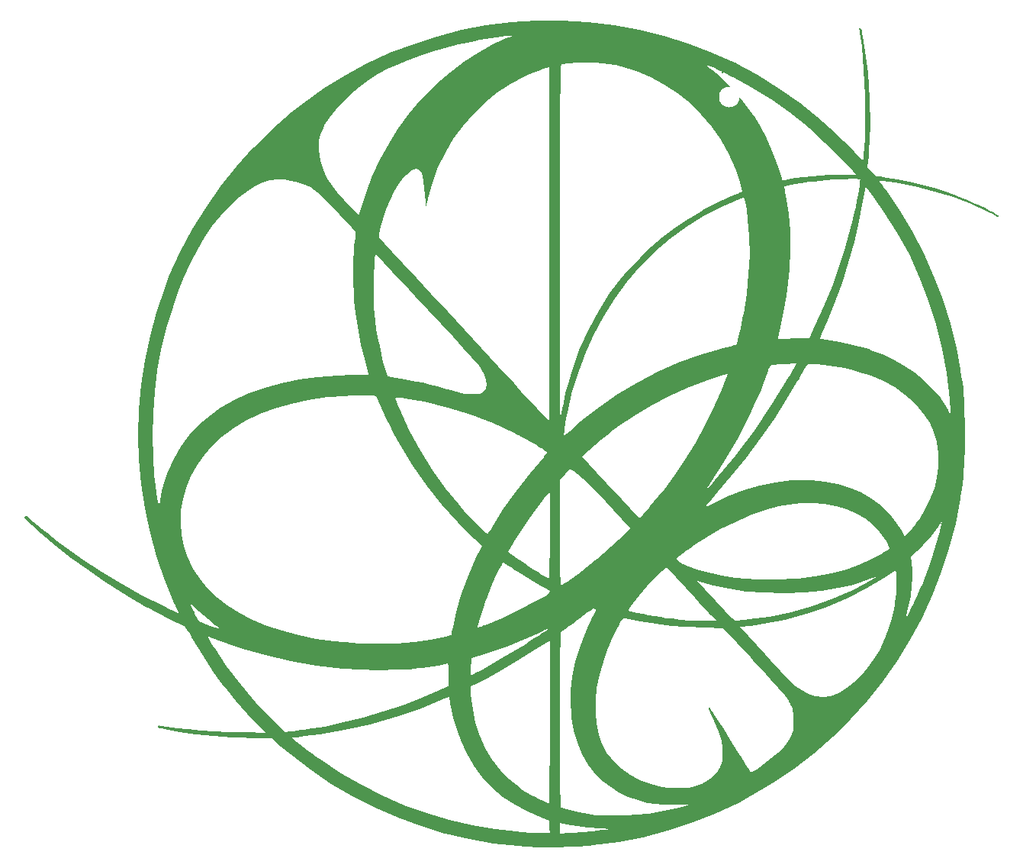
<source format=gbr>
%TF.GenerationSoftware,KiCad,Pcbnew,8.0.4*%
%TF.CreationDate,2024-11-04T11:06:48+01:00*%
%TF.ProjectId,Whiplaesh_bottom,57686970-6c61-4657-9368-5f626f74746f,0.1*%
%TF.SameCoordinates,Original*%
%TF.FileFunction,Legend,Top*%
%TF.FilePolarity,Positive*%
%FSLAX46Y46*%
G04 Gerber Fmt 4.6, Leading zero omitted, Abs format (unit mm)*
G04 Created by KiCad (PCBNEW 8.0.4) date 2024-11-04 11:06:48*
%MOMM*%
%LPD*%
G01*
G04 APERTURE LIST*
%ADD10C,0.150000*%
%ADD11C,0.000000*%
%ADD12C,2.300000*%
G04 APERTURE END LIST*
D10*
X104518095Y-40374819D02*
X104518095Y-39374819D01*
X104518095Y-39851009D02*
X105089523Y-39851009D01*
X105089523Y-40374819D02*
X105089523Y-39374819D01*
X105518095Y-39470057D02*
X105565714Y-39422438D01*
X105565714Y-39422438D02*
X105660952Y-39374819D01*
X105660952Y-39374819D02*
X105899047Y-39374819D01*
X105899047Y-39374819D02*
X105994285Y-39422438D01*
X105994285Y-39422438D02*
X106041904Y-39470057D01*
X106041904Y-39470057D02*
X106089523Y-39565295D01*
X106089523Y-39565295D02*
X106089523Y-39660533D01*
X106089523Y-39660533D02*
X106041904Y-39803390D01*
X106041904Y-39803390D02*
X105470476Y-40374819D01*
X105470476Y-40374819D02*
X106089523Y-40374819D01*
D11*
%TO.C,G\u002A\u002A\u002A*%
G36*
X86798485Y-34621078D02*
G01*
X89685933Y-34790815D01*
X92528278Y-35130892D01*
X95321470Y-35639780D01*
X98061459Y-36315950D01*
X100744198Y-37157876D01*
X103365637Y-38164027D01*
X105921728Y-39332876D01*
X108408421Y-40662894D01*
X110821667Y-42152553D01*
X113157418Y-43800325D01*
X115018097Y-45273430D01*
X115741188Y-45891778D01*
X116501707Y-46571108D01*
X117264886Y-47278538D01*
X117995958Y-47981186D01*
X118660155Y-48646171D01*
X119222709Y-49240610D01*
X119282822Y-49306845D01*
X120123588Y-50238278D01*
X120182757Y-49912710D01*
X120208011Y-49718947D01*
X120241177Y-49384484D01*
X120279119Y-48945280D01*
X120318697Y-48437293D01*
X120350207Y-47994111D01*
X120403288Y-46898929D01*
X120425692Y-45667887D01*
X120419037Y-44339160D01*
X120384942Y-42950922D01*
X120325023Y-41541345D01*
X120240900Y-40148603D01*
X120134190Y-38810870D01*
X120006512Y-37566320D01*
X119861624Y-36467342D01*
X119796511Y-36036222D01*
X119755477Y-35750706D01*
X119738227Y-35581078D01*
X119744469Y-35497624D01*
X119773912Y-35470629D01*
X119826261Y-35470378D01*
X119851809Y-35471115D01*
X119910436Y-35495112D01*
X119965627Y-35580087D01*
X120022034Y-35745511D01*
X120084312Y-36010859D01*
X120157112Y-36395603D01*
X120245087Y-36919216D01*
X120338180Y-37506655D01*
X120702201Y-40393452D01*
X120902991Y-43323537D01*
X120939557Y-46269425D01*
X120810909Y-49203634D01*
X120776388Y-49652295D01*
X120677362Y-50868507D01*
X121064238Y-51354562D01*
X121283264Y-51604579D01*
X121485777Y-51793050D01*
X121627982Y-51879223D01*
X121628118Y-51879253D01*
X121782500Y-51906077D01*
X122070642Y-51950272D01*
X122450879Y-52005627D01*
X122867142Y-52063951D01*
X124035331Y-52255884D01*
X125312290Y-52521822D01*
X126651859Y-52850171D01*
X128007880Y-53229337D01*
X129334192Y-53647727D01*
X129778892Y-53799904D01*
X130419225Y-54033056D01*
X131090189Y-54293857D01*
X131771798Y-54572987D01*
X132444069Y-54861126D01*
X133087014Y-55148953D01*
X133680650Y-55427150D01*
X134204991Y-55686395D01*
X134640051Y-55917369D01*
X134965846Y-56110752D01*
X135162390Y-56257224D01*
X135213135Y-56334132D01*
X135177302Y-56430022D01*
X135146759Y-56430289D01*
X135048042Y-56381203D01*
X134821428Y-56266821D01*
X134496719Y-56102234D01*
X134103715Y-55902533D01*
X133929860Y-55814060D01*
X132116219Y-54974063D01*
X130166501Y-54229150D01*
X128096834Y-53584052D01*
X125923345Y-53043497D01*
X123662162Y-52612213D01*
X122348807Y-52418224D01*
X122165981Y-52392774D01*
X122046666Y-52386435D01*
X121997311Y-52419776D01*
X122024361Y-52513368D01*
X122134264Y-52687779D01*
X122333464Y-52963581D01*
X122628410Y-53361341D01*
X122656100Y-53398729D01*
X124210030Y-55644656D01*
X125629369Y-57998768D01*
X126908815Y-60448362D01*
X128043068Y-62980731D01*
X129026823Y-65583170D01*
X129854781Y-68242974D01*
X130521638Y-70947438D01*
X130963254Y-73305609D01*
X131085452Y-74091890D01*
X131185647Y-74796893D01*
X131265949Y-75451603D01*
X131328471Y-76087002D01*
X131375323Y-76734073D01*
X131408618Y-77423800D01*
X131430468Y-78187165D01*
X131442982Y-79055151D01*
X131448274Y-80058742D01*
X131448799Y-80430000D01*
X131446777Y-81496033D01*
X131437694Y-82416541D01*
X131419425Y-83222932D01*
X131389843Y-83946615D01*
X131346824Y-84618998D01*
X131288243Y-85271491D01*
X131211974Y-85935503D01*
X131115891Y-86642442D01*
X130997870Y-87423717D01*
X130958786Y-87671516D01*
X130431656Y-90432087D01*
X129738329Y-93140360D01*
X128883598Y-95789783D01*
X127872257Y-98373804D01*
X126709098Y-100885870D01*
X125398915Y-103319428D01*
X123946501Y-105667926D01*
X122356649Y-107924812D01*
X120634152Y-110083532D01*
X118783804Y-112137536D01*
X116810398Y-114080269D01*
X114718726Y-115905180D01*
X112513583Y-117605716D01*
X110199760Y-119175324D01*
X107782053Y-120607453D01*
X106290084Y-121394723D01*
X103705714Y-122604731D01*
X101092975Y-123641350D01*
X98443094Y-124507107D01*
X95747294Y-125204528D01*
X92996800Y-125736140D01*
X90182836Y-126104469D01*
X89805567Y-126141082D01*
X89315170Y-126179549D01*
X88710366Y-126215648D01*
X88023634Y-126248476D01*
X87287453Y-126277132D01*
X86534303Y-126300713D01*
X85796662Y-126318319D01*
X85107011Y-126329047D01*
X84497827Y-126331995D01*
X84001591Y-126326261D01*
X83660871Y-126311698D01*
X83411812Y-126293482D01*
X83031822Y-126265677D01*
X82566499Y-126231619D01*
X82061443Y-126194645D01*
X81890836Y-126182154D01*
X79165938Y-125894496D01*
X76458622Y-125434064D01*
X73778557Y-124804911D01*
X73730890Y-124790595D01*
X86537177Y-124790595D01*
X87577073Y-124729879D01*
X88132777Y-124694941D01*
X88760761Y-124651591D01*
X89362410Y-124606773D01*
X89634738Y-124584977D01*
X90149176Y-124538336D01*
X90700742Y-124481721D01*
X91206801Y-124423879D01*
X91449024Y-124392928D01*
X92245540Y-124285064D01*
X91006515Y-124228285D01*
X89634497Y-124135525D01*
X88378960Y-123985834D01*
X87311568Y-123798732D01*
X86537177Y-123641755D01*
X86537177Y-124216175D01*
X86537177Y-124790595D01*
X73730890Y-124790595D01*
X71135417Y-124011088D01*
X68538872Y-123056649D01*
X65998594Y-121945646D01*
X63524256Y-120682132D01*
X61125528Y-119270159D01*
X58812083Y-117713779D01*
X56593591Y-116017046D01*
X55559605Y-115149039D01*
X54539873Y-114266779D01*
X52152288Y-114209771D01*
X51377026Y-114178933D01*
X56829823Y-114178933D01*
X56883496Y-114242737D01*
X57057657Y-114395533D01*
X57330850Y-114620568D01*
X57681618Y-114901091D01*
X58088504Y-115220351D01*
X58530052Y-115561595D01*
X58984803Y-115908072D01*
X59431302Y-116243030D01*
X59848091Y-116549717D01*
X60085551Y-116720728D01*
X62220737Y-118139040D01*
X64470813Y-119437490D01*
X66817093Y-120609283D01*
X69240893Y-121647622D01*
X71723528Y-122545711D01*
X74246312Y-123296752D01*
X76790562Y-123893949D01*
X79337591Y-124330505D01*
X81713832Y-124588030D01*
X82192463Y-124625214D01*
X82633342Y-124660109D01*
X82993531Y-124689272D01*
X83230086Y-124709260D01*
X83262613Y-124712209D01*
X83484448Y-124725974D01*
X83827591Y-124739408D01*
X84236351Y-124750548D01*
X84483091Y-124755209D01*
X85393813Y-124769372D01*
X85373999Y-124216175D01*
X85368108Y-124051701D01*
X85342404Y-123334029D01*
X84501637Y-123034653D01*
X82946447Y-122395338D01*
X81512653Y-121627582D01*
X80198217Y-120729809D01*
X79001103Y-119700442D01*
X77919274Y-118537905D01*
X76950693Y-117240622D01*
X76883111Y-117138692D01*
X76192515Y-115963895D01*
X75579301Y-114671239D01*
X75062436Y-113309948D01*
X74660883Y-111929248D01*
X74418694Y-110741846D01*
X74361239Y-110391568D01*
X74307548Y-110079173D01*
X74270834Y-109880558D01*
X74222076Y-109638781D01*
X73896874Y-109780728D01*
X71079330Y-110927511D01*
X68274330Y-111901579D01*
X65471490Y-112705729D01*
X62660429Y-113342757D01*
X59830762Y-113815461D01*
X58177718Y-114015358D01*
X57715242Y-114065030D01*
X57319852Y-114110256D01*
X57022768Y-114147247D01*
X56855209Y-114172213D01*
X56829823Y-114178933D01*
X51377026Y-114178933D01*
X50101960Y-114128214D01*
X48089329Y-113984158D01*
X46149928Y-113781153D01*
X44319292Y-113522752D01*
X43082822Y-113303285D01*
X42664860Y-113222176D01*
X42315642Y-113154963D01*
X42068623Y-113108046D01*
X41957263Y-113087822D01*
X41954425Y-113087485D01*
X41934736Y-113014810D01*
X41932299Y-112954390D01*
X41930273Y-112889663D01*
X41944467Y-112849602D01*
X42005292Y-112834068D01*
X42143159Y-112842925D01*
X42388479Y-112876034D01*
X42771662Y-112933257D01*
X42884276Y-112950081D01*
X44030195Y-113103144D01*
X45280446Y-113235764D01*
X46649421Y-113348982D01*
X48151510Y-113443841D01*
X49801104Y-113521383D01*
X51612595Y-113582652D01*
X51620471Y-113582873D01*
X53830246Y-113645064D01*
X52621845Y-112370459D01*
X51841276Y-111536532D01*
X51158336Y-110781835D01*
X50539302Y-110066951D01*
X49950451Y-109352464D01*
X49358060Y-108598958D01*
X49052332Y-108198339D01*
X48112217Y-106911893D01*
X47206355Y-105586618D01*
X46364034Y-104267464D01*
X45661712Y-103079190D01*
X47485624Y-103079190D01*
X47565153Y-103252940D01*
X47732813Y-103536244D01*
X47990672Y-103945860D01*
X48134161Y-104171883D01*
X49557727Y-106276831D01*
X51110906Y-108314271D01*
X52767181Y-110251720D01*
X54500035Y-112056696D01*
X54839632Y-112385706D01*
X56029159Y-113524316D01*
X56569754Y-113476496D01*
X56856150Y-113447130D01*
X57268961Y-113399549D01*
X57759242Y-113339630D01*
X58278053Y-113273251D01*
X58437874Y-113252167D01*
X60429591Y-112932617D01*
X62515493Y-112494199D01*
X64666843Y-111945402D01*
X66854901Y-111294714D01*
X69050930Y-110550625D01*
X71226191Y-109721623D01*
X73151289Y-108905989D01*
X74042279Y-108509369D01*
X76599690Y-108509369D01*
X76652886Y-109404353D01*
X76827906Y-111002697D01*
X77156211Y-112529523D01*
X77633593Y-113977100D01*
X78255843Y-115337697D01*
X79018751Y-116603583D01*
X79918109Y-117767026D01*
X80949708Y-118820296D01*
X82109339Y-119755660D01*
X82396899Y-119955449D01*
X82656897Y-120119496D01*
X83005647Y-120323580D01*
X83412047Y-120551268D01*
X83844990Y-120786127D01*
X84273374Y-121011726D01*
X84666092Y-121211631D01*
X84992042Y-121369410D01*
X85220118Y-121468632D01*
X85310705Y-121494808D01*
X85321179Y-121408257D01*
X85331226Y-121156409D01*
X85340747Y-120750968D01*
X85349644Y-120203640D01*
X85357820Y-119526131D01*
X85365177Y-118730145D01*
X85371615Y-117827388D01*
X85377038Y-116829566D01*
X85381347Y-115748384D01*
X85384445Y-114595547D01*
X85386232Y-113382761D01*
X85386655Y-112426654D01*
X85386655Y-112201272D01*
X86537177Y-112201272D01*
X86537291Y-113723475D01*
X86537735Y-115078422D01*
X86538665Y-116275860D01*
X86540235Y-117325538D01*
X86542599Y-118237202D01*
X86545913Y-119020599D01*
X86550331Y-119685477D01*
X86556008Y-120241584D01*
X86563098Y-120698667D01*
X86571756Y-121066473D01*
X86582137Y-121354750D01*
X86594395Y-121573245D01*
X86608686Y-121731706D01*
X86625163Y-121839880D01*
X86643982Y-121907514D01*
X86665297Y-121944356D01*
X86689263Y-121960153D01*
X86692055Y-121961021D01*
X87653990Y-122214799D01*
X88653371Y-122439458D01*
X89627149Y-122622185D01*
X90512276Y-122750168D01*
X90652508Y-122765891D01*
X90987405Y-122787077D01*
X91464637Y-122797545D01*
X92049921Y-122798275D01*
X92708975Y-122790244D01*
X93407518Y-122774432D01*
X94111267Y-122751817D01*
X94785940Y-122723377D01*
X95397255Y-122690091D01*
X95910930Y-122652937D01*
X96292683Y-122612893D01*
X96360871Y-122602961D01*
X97188266Y-122460778D01*
X98065833Y-122289784D01*
X98929497Y-122103483D01*
X99715185Y-121915377D01*
X100077944Y-121819602D01*
X100830209Y-121612596D01*
X99104425Y-121614933D01*
X98040456Y-121595179D01*
X97105799Y-121527495D01*
X97083928Y-121524309D01*
X100903960Y-121524309D01*
X100916109Y-121576923D01*
X100962961Y-121583310D01*
X101035808Y-121550928D01*
X101021962Y-121524309D01*
X100916932Y-121513717D01*
X100903960Y-121524309D01*
X97083928Y-121524309D01*
X96257331Y-121403898D01*
X95451925Y-121216403D01*
X94646456Y-120957026D01*
X93857694Y-120643517D01*
X93024159Y-120222895D01*
X92179416Y-119679696D01*
X91363139Y-119046560D01*
X90615003Y-118356131D01*
X89974680Y-117641050D01*
X89621650Y-117158223D01*
X88954854Y-115988651D01*
X88428350Y-114723053D01*
X88042284Y-113373515D01*
X87796799Y-111952128D01*
X87755916Y-111374086D01*
X90456839Y-111374086D01*
X90572650Y-112618904D01*
X90820754Y-113778371D01*
X91201177Y-114842427D01*
X91713945Y-115801014D01*
X91829908Y-115975592D01*
X92534427Y-116846626D01*
X93379086Y-117622659D01*
X94349986Y-118295886D01*
X95433227Y-118858499D01*
X96614913Y-119302692D01*
X97881145Y-119620658D01*
X98504455Y-119724689D01*
X98982721Y-119765873D01*
X99555190Y-119775351D01*
X100162220Y-119755762D01*
X100744168Y-119709746D01*
X101241393Y-119639944D01*
X101449721Y-119594327D01*
X102245758Y-119315867D01*
X102961742Y-118925875D01*
X103572989Y-118442872D01*
X104054812Y-117885377D01*
X104306409Y-117451072D01*
X104412864Y-117207699D01*
X104482522Y-116988985D01*
X104523033Y-116746269D01*
X104542051Y-116430886D01*
X104547226Y-115994175D01*
X104547282Y-115919198D01*
X104522027Y-115225579D01*
X104438631Y-114583713D01*
X104285643Y-113951488D01*
X104051617Y-113286794D01*
X103725102Y-112547518D01*
X103513541Y-112116822D01*
X103259457Y-111596067D01*
X103087073Y-111204164D01*
X102999517Y-110948873D01*
X102998253Y-110839447D01*
X103097366Y-110783864D01*
X103119943Y-110791997D01*
X103172949Y-110872361D01*
X103310876Y-111087724D01*
X103524348Y-111423290D01*
X103803993Y-111864261D01*
X104140437Y-112395842D01*
X104524306Y-113003235D01*
X104946226Y-113671643D01*
X105386834Y-114370418D01*
X105838368Y-115086073D01*
X106262429Y-115756604D01*
X106649439Y-116366978D01*
X106989819Y-116902160D01*
X107273991Y-117347118D01*
X107492376Y-117686819D01*
X107635395Y-117906230D01*
X107693002Y-117989850D01*
X107802027Y-117983284D01*
X108023057Y-117878903D01*
X108332953Y-117693197D01*
X108708576Y-117442659D01*
X109126787Y-117143780D01*
X109564445Y-116813052D01*
X109998411Y-116466966D01*
X110405546Y-116122013D01*
X110732813Y-115823377D01*
X111127122Y-115439791D01*
X111418712Y-115133822D01*
X111638312Y-114866800D01*
X111816650Y-114600056D01*
X111984452Y-114294919D01*
X112048454Y-114167712D01*
X112423937Y-113409669D01*
X112423089Y-112252761D01*
X112421190Y-111777935D01*
X112411060Y-111435250D01*
X112384831Y-111179847D01*
X112334632Y-110966863D01*
X112252594Y-110751438D01*
X112130848Y-110488712D01*
X112103704Y-110432090D01*
X112031381Y-110282584D01*
X111961005Y-110145194D01*
X111883387Y-110009266D01*
X111789341Y-109864143D01*
X111669678Y-109699171D01*
X111515210Y-109503694D01*
X111316748Y-109267057D01*
X111065105Y-108978603D01*
X110751093Y-108627677D01*
X110365523Y-108203625D01*
X109899207Y-107695790D01*
X109342958Y-107093517D01*
X108687587Y-106386151D01*
X107923907Y-105563035D01*
X107659778Y-105278436D01*
X104665655Y-102052273D01*
X102606101Y-101994267D01*
X100691385Y-101908513D01*
X100488196Y-101891672D01*
X106473290Y-101891672D01*
X109315861Y-104955812D01*
X109907863Y-105591649D01*
X110479052Y-106200747D01*
X111014967Y-106767990D01*
X111501147Y-107278265D01*
X111923131Y-107716457D01*
X112266459Y-108067451D01*
X112516669Y-108316131D01*
X112645191Y-108435657D01*
X113350736Y-108940096D01*
X114115424Y-109310105D01*
X114911435Y-109538852D01*
X115710951Y-109619507D01*
X116486156Y-109545240D01*
X116817576Y-109460106D01*
X117586470Y-109140578D01*
X118372285Y-108664046D01*
X119157975Y-108047221D01*
X119926490Y-107306812D01*
X120660781Y-106459528D01*
X121343801Y-105522081D01*
X121958502Y-104511179D01*
X122062187Y-104319674D01*
X122617428Y-103125245D01*
X123097809Y-101774326D01*
X123323889Y-100933322D01*
X124901147Y-100933322D01*
X124909390Y-100952709D01*
X124980839Y-100834130D01*
X125104516Y-100600323D01*
X125269445Y-100274032D01*
X125464649Y-99877995D01*
X125679151Y-99434955D01*
X125901974Y-98967652D01*
X126122141Y-98498828D01*
X126328675Y-98051222D01*
X126510600Y-97647577D01*
X126656938Y-97310633D01*
X126701257Y-97204019D01*
X127654160Y-94660091D01*
X128435140Y-92112690D01*
X128659527Y-91254514D01*
X128762114Y-90839950D01*
X128846781Y-90489074D01*
X128905268Y-90236751D01*
X128929318Y-90117844D01*
X128929512Y-90114762D01*
X128885291Y-90156546D01*
X128766409Y-90318511D01*
X128593535Y-90571700D01*
X128475186Y-90751223D01*
X127714426Y-91802681D01*
X126842354Y-92807767D01*
X126182617Y-93459309D01*
X125482245Y-94103519D01*
X125578781Y-94767282D01*
X125643143Y-95532426D01*
X125637943Y-96424589D01*
X125566929Y-97409681D01*
X125433847Y-98453611D01*
X125242444Y-99522288D01*
X124996465Y-100581623D01*
X124901147Y-100933322D01*
X123323889Y-100933322D01*
X123501793Y-100271529D01*
X123667217Y-99502125D01*
X123724249Y-99138629D01*
X123774497Y-98674788D01*
X123816276Y-98148558D01*
X123847903Y-97597896D01*
X123867692Y-97060760D01*
X123873959Y-96575106D01*
X123865020Y-96178892D01*
X123839192Y-95910073D01*
X123828709Y-95862822D01*
X123752160Y-95586585D01*
X122467695Y-96438083D01*
X120462590Y-97661496D01*
X118360335Y-98738885D01*
X116166845Y-99668126D01*
X113888036Y-100447098D01*
X111529825Y-101073676D01*
X109098127Y-101545739D01*
X107678579Y-101745211D01*
X106473290Y-101891672D01*
X100488196Y-101891672D01*
X98897021Y-101759790D01*
X97175988Y-101542716D01*
X95481264Y-101251909D01*
X94669283Y-101085830D01*
X94182574Y-100989446D01*
X93814675Y-100933748D01*
X93584851Y-100921195D01*
X93516974Y-100938844D01*
X93405780Y-101092197D01*
X93237846Y-101376466D01*
X93028650Y-101760967D01*
X92793666Y-102215015D01*
X92548370Y-102707924D01*
X92308238Y-103209009D01*
X92088746Y-103687585D01*
X91905371Y-104112967D01*
X91861229Y-104221816D01*
X91315980Y-105742496D01*
X90902891Y-107228122D01*
X90621986Y-108668636D01*
X90473293Y-110053977D01*
X90456839Y-111374086D01*
X87755916Y-111374086D01*
X87692042Y-110470980D01*
X87728158Y-108942160D01*
X87905292Y-107377756D01*
X88223590Y-105789859D01*
X88683196Y-104190555D01*
X89284256Y-102591936D01*
X89442245Y-102226250D01*
X89655061Y-101762368D01*
X89886519Y-101285050D01*
X90104976Y-100858292D01*
X90242706Y-100607376D01*
X90418439Y-100298802D01*
X90513585Y-100108751D01*
X90528795Y-100037542D01*
X94158375Y-100037542D01*
X94170850Y-100086909D01*
X94362871Y-100157470D01*
X94703021Y-100246658D01*
X95164001Y-100349572D01*
X95718507Y-100461306D01*
X96339238Y-100576958D01*
X96998893Y-100691623D01*
X97670168Y-100800399D01*
X98325763Y-100898382D01*
X98938376Y-100980669D01*
X99480704Y-101042354D01*
X99502683Y-101044534D01*
X99928212Y-101086825D01*
X100313626Y-101125830D01*
X100609340Y-101156493D01*
X100741707Y-101170891D01*
X100918936Y-101182040D01*
X101236444Y-101193078D01*
X101657509Y-101203071D01*
X102145409Y-101211087D01*
X102464720Y-101214649D01*
X103922229Y-101227909D01*
X103430513Y-100719024D01*
X103295366Y-100576507D01*
X103063038Y-100328581D01*
X102749192Y-99992156D01*
X102369491Y-99584143D01*
X101939597Y-99121452D01*
X101475174Y-98620993D01*
X100991883Y-98099675D01*
X100505388Y-97574410D01*
X100031352Y-97062107D01*
X99791692Y-96802822D01*
X101790525Y-96802822D01*
X101839148Y-96865108D01*
X101994892Y-97042063D01*
X102244239Y-97318830D01*
X102573672Y-97680554D01*
X102969673Y-98112377D01*
X103418725Y-98599444D01*
X103797667Y-99008742D01*
X104349626Y-99602966D01*
X104795339Y-100079542D01*
X105148363Y-100451119D01*
X105422254Y-100730347D01*
X105630570Y-100929876D01*
X105786866Y-101062354D01*
X105904701Y-101140433D01*
X105997630Y-101176760D01*
X106079210Y-101183987D01*
X106124718Y-101180071D01*
X106325935Y-101157618D01*
X106654659Y-101123418D01*
X107062182Y-101082460D01*
X107423588Y-101047078D01*
X109812851Y-100728660D01*
X112188914Y-100239133D01*
X114530587Y-99584212D01*
X116816680Y-98769612D01*
X118442055Y-98075667D01*
X118873924Y-97871560D01*
X119342402Y-97639820D01*
X119822465Y-97394030D01*
X120289090Y-97147771D01*
X120717252Y-96914626D01*
X121081930Y-96708174D01*
X121358098Y-96542000D01*
X121520735Y-96429683D01*
X121552171Y-96387618D01*
X121461583Y-96403360D01*
X121243761Y-96471269D01*
X120936334Y-96579083D01*
X120733748Y-96654329D01*
X119133488Y-97182332D01*
X117424853Y-97594801D01*
X115600688Y-97892870D01*
X113653841Y-98077669D01*
X111577157Y-98150331D01*
X111273414Y-98151621D01*
X109175976Y-98097670D01*
X107173106Y-97934384D01*
X105278303Y-97663549D01*
X103505064Y-97286951D01*
X102391792Y-96976371D01*
X102101017Y-96888318D01*
X101884458Y-96825862D01*
X101790525Y-96802822D01*
X99791692Y-96802822D01*
X99585436Y-96579676D01*
X99183305Y-96144028D01*
X98840619Y-95772072D01*
X98573043Y-95480719D01*
X98396239Y-95286880D01*
X98327684Y-95209791D01*
X98258081Y-95256541D01*
X98084546Y-95412593D01*
X97825975Y-95659800D01*
X97501264Y-95980016D01*
X97129310Y-96355092D01*
X97037498Y-96448815D01*
X96604306Y-96904712D01*
X96165761Y-97389060D01*
X95736294Y-97883543D01*
X95330339Y-98369844D01*
X94962328Y-98829646D01*
X94646693Y-99244634D01*
X94397868Y-99596490D01*
X94230285Y-99866899D01*
X94158375Y-100037542D01*
X90528795Y-100037542D01*
X90536264Y-100002574D01*
X90494594Y-99945620D01*
X90406789Y-99907057D01*
X90232639Y-99861377D01*
X90153959Y-99865358D01*
X90070124Y-99925545D01*
X89865110Y-100076802D01*
X89559312Y-100303957D01*
X89173127Y-100591842D01*
X88726951Y-100925286D01*
X88428175Y-101148970D01*
X87951524Y-101504428D01*
X87518450Y-101824289D01*
X87150163Y-102093137D01*
X86867875Y-102295559D01*
X86692797Y-102416138D01*
X86647804Y-102442879D01*
X86629826Y-102482920D01*
X86613773Y-102593807D01*
X86599551Y-102783803D01*
X86587067Y-103061171D01*
X86576226Y-103434174D01*
X86566936Y-103911075D01*
X86559103Y-104500136D01*
X86552632Y-105209623D01*
X86547431Y-106047796D01*
X86543406Y-107022920D01*
X86540462Y-108143257D01*
X86538506Y-109417071D01*
X86537446Y-110852625D01*
X86537177Y-112201272D01*
X85386655Y-112201272D01*
X85386655Y-103358499D01*
X84125505Y-104180735D01*
X82136024Y-105440477D01*
X80208982Y-106585632D01*
X78362493Y-107605607D01*
X77519479Y-108042872D01*
X76599690Y-108509369D01*
X74042279Y-108509369D01*
X74146933Y-108462783D01*
X74146933Y-107184678D01*
X74146684Y-107103912D01*
X76576717Y-107103912D01*
X76589931Y-107234324D01*
X76601884Y-107246028D01*
X76695031Y-107206984D01*
X76915007Y-107099722D01*
X77232316Y-106939042D01*
X77617461Y-106739745D01*
X77768138Y-106660818D01*
X78816920Y-106093613D01*
X79951757Y-105450932D01*
X81117811Y-104764445D01*
X82244843Y-104075431D01*
X82693615Y-103792596D01*
X83170926Y-103486697D01*
X83653802Y-103173018D01*
X84119271Y-102866845D01*
X84544360Y-102583466D01*
X84906094Y-102338164D01*
X85181502Y-102146227D01*
X85347610Y-102022939D01*
X85386655Y-101984936D01*
X85311291Y-102009079D01*
X85102481Y-102098559D01*
X84786147Y-102241694D01*
X84388210Y-102426802D01*
X84037003Y-102593210D01*
X82461445Y-103308850D01*
X80871519Y-103961237D01*
X79312952Y-104532769D01*
X77831472Y-105005849D01*
X77581413Y-105077807D01*
X76723559Y-105320291D01*
X76677914Y-105774274D01*
X76620289Y-106381990D01*
X76586697Y-106822502D01*
X76576717Y-107103912D01*
X74146684Y-107103912D01*
X74145393Y-106685297D01*
X74138637Y-106337501D01*
X74123466Y-106115884D01*
X74096680Y-105995042D01*
X74055079Y-105949566D01*
X73995462Y-105954052D01*
X73992055Y-105955099D01*
X73773078Y-106007759D01*
X73412007Y-106076594D01*
X72942457Y-106156403D01*
X72398042Y-106241985D01*
X71812376Y-106328139D01*
X71219074Y-106409663D01*
X70651751Y-106481357D01*
X70407353Y-106509762D01*
X69711988Y-106570817D01*
X68877328Y-106616128D01*
X67940378Y-106645703D01*
X66938145Y-106659552D01*
X65907635Y-106657683D01*
X64885854Y-106640104D01*
X63909807Y-106606826D01*
X63016501Y-106557856D01*
X62391145Y-106507846D01*
X59532173Y-106159043D01*
X56671553Y-105655582D01*
X53839928Y-105004627D01*
X51067943Y-104213345D01*
X48386240Y-103288900D01*
X48007506Y-103144536D01*
X47755168Y-103047667D01*
X47582698Y-102993313D01*
X47492161Y-102998235D01*
X47485624Y-103079190D01*
X45661712Y-103079190D01*
X45614541Y-102999380D01*
X45332333Y-102488854D01*
X45141619Y-102168355D01*
X44963092Y-101925543D01*
X44825494Y-101798686D01*
X44808606Y-101791519D01*
X44622991Y-101716470D01*
X44305612Y-101569600D01*
X43880432Y-101363227D01*
X43371415Y-101109665D01*
X42802525Y-100821233D01*
X42197724Y-100510247D01*
X41580977Y-100189024D01*
X40976247Y-99869879D01*
X40407497Y-99565131D01*
X39898691Y-99287095D01*
X39498501Y-99062259D01*
X37722300Y-97998532D01*
X35903437Y-96821095D01*
X34079631Y-95557517D01*
X32288600Y-94235367D01*
X30568063Y-92882213D01*
X28955739Y-91525625D01*
X27935549Y-90610760D01*
X27541388Y-90238981D01*
X27274124Y-89966660D01*
X27123209Y-89781721D01*
X27078096Y-89672092D01*
X27090357Y-89643231D01*
X27245087Y-89553959D01*
X27415441Y-89607752D01*
X27601715Y-89777309D01*
X27811020Y-89981167D01*
X28138846Y-90272764D01*
X28562309Y-90633378D01*
X29058522Y-91044286D01*
X29604600Y-91486766D01*
X30177656Y-91942096D01*
X30754805Y-92391553D01*
X31313160Y-92816416D01*
X31355429Y-92848106D01*
X33444683Y-94344561D01*
X35637262Y-95786470D01*
X37890519Y-97148228D01*
X40161808Y-98404231D01*
X42408481Y-99528875D01*
X42747756Y-99687926D01*
X43206063Y-99899971D01*
X43605824Y-100083398D01*
X43920655Y-100226225D01*
X44124173Y-100316471D01*
X44190053Y-100342892D01*
X44167163Y-100267294D01*
X44082404Y-100059612D01*
X43947995Y-99748512D01*
X43776160Y-99362660D01*
X43766281Y-99340839D01*
X45501853Y-99340839D01*
X45560731Y-99516724D01*
X45707161Y-99834545D01*
X45938161Y-100301340D01*
X45992376Y-100409466D01*
X46436912Y-101295307D01*
X47525546Y-101692755D01*
X47944112Y-101845580D01*
X48309581Y-101979040D01*
X48585990Y-102080002D01*
X48737381Y-102135332D01*
X48746933Y-102138828D01*
X48903137Y-102189424D01*
X48917812Y-102168537D01*
X48875261Y-102127683D01*
X48774872Y-102048985D01*
X48562585Y-101888291D01*
X48269001Y-101668604D01*
X47924720Y-101412926D01*
X47906167Y-101399198D01*
X47468944Y-101055929D01*
X46980047Y-100640692D01*
X46507072Y-100212307D01*
X46201532Y-99915833D01*
X45880368Y-99594385D01*
X45658689Y-99386709D01*
X45533512Y-99299847D01*
X45501853Y-99340839D01*
X43766281Y-99340839D01*
X43707193Y-99210317D01*
X42654542Y-96682692D01*
X41763029Y-94091736D01*
X41032792Y-91447673D01*
X40799153Y-90344028D01*
X44428399Y-90344028D01*
X44538387Y-91647423D01*
X44804488Y-92932195D01*
X45227119Y-94186213D01*
X45806696Y-95397346D01*
X46543637Y-96553463D01*
X47438357Y-97642433D01*
X47447474Y-97652266D01*
X48470190Y-98631599D01*
X49645931Y-99534797D01*
X50966558Y-100358914D01*
X52423934Y-101101002D01*
X54009920Y-101758115D01*
X55716377Y-102327306D01*
X57535167Y-102805630D01*
X59458153Y-103190139D01*
X61477195Y-103477887D01*
X63584155Y-103665927D01*
X64146237Y-103698166D01*
X64940153Y-103736334D01*
X65601626Y-103761815D01*
X66174760Y-103774648D01*
X66703656Y-103774873D01*
X67232418Y-103762527D01*
X67805148Y-103737649D01*
X68438571Y-103701935D01*
X70357352Y-103535488D01*
X72209953Y-103274350D01*
X73384132Y-103050619D01*
X73790229Y-102962715D01*
X74126728Y-102886764D01*
X74359509Y-102830688D01*
X74454453Y-102802410D01*
X74454895Y-102801977D01*
X74478769Y-102709747D01*
X74526670Y-102483646D01*
X74590261Y-102163820D01*
X74625551Y-101980174D01*
X74650536Y-101869617D01*
X77403456Y-101869617D01*
X77422280Y-101935923D01*
X77535299Y-101907013D01*
X77769731Y-101830082D01*
X78081470Y-101719830D01*
X78189851Y-101680098D01*
X80068709Y-100923295D01*
X81988552Y-100029978D01*
X83907445Y-99020016D01*
X84434561Y-98721499D01*
X84892028Y-98448316D01*
X85197358Y-98234743D01*
X85358321Y-98064503D01*
X85382691Y-97921318D01*
X85278239Y-97788911D01*
X85052736Y-97651003D01*
X84966271Y-97607881D01*
X84473934Y-97353768D01*
X83875967Y-97020227D01*
X83211124Y-96630218D01*
X82518160Y-96206701D01*
X81835830Y-95772634D01*
X81536829Y-95576161D01*
X81133707Y-95308375D01*
X80778493Y-95072650D01*
X80499251Y-94887591D01*
X80324048Y-94771805D01*
X80282404Y-94744523D01*
X80200269Y-94790189D01*
X80064823Y-94981519D01*
X79885191Y-95298549D01*
X79670501Y-95721319D01*
X79429876Y-96229865D01*
X79172443Y-96804224D01*
X78907326Y-97424434D01*
X78643651Y-98070533D01*
X78390545Y-98722558D01*
X78157131Y-99360547D01*
X78107564Y-99502125D01*
X77869399Y-100203817D01*
X77676210Y-100804537D01*
X77531693Y-101291161D01*
X77439543Y-101650563D01*
X77403456Y-101869617D01*
X74650536Y-101869617D01*
X75019032Y-100239065D01*
X75546194Y-98434107D01*
X76194715Y-96601518D01*
X76952277Y-94777516D01*
X77412171Y-93788571D01*
X77526686Y-93551739D01*
X80789185Y-93551739D01*
X81340011Y-93966968D01*
X81688736Y-94221814D01*
X82110807Y-94517586D01*
X82582647Y-94839067D01*
X83080680Y-95171043D01*
X83581329Y-95498298D01*
X84061019Y-95805615D01*
X84496173Y-96077779D01*
X84863215Y-96299574D01*
X85138569Y-96455784D01*
X85298659Y-96531194D01*
X85320278Y-96535780D01*
X85332729Y-96450245D01*
X85344418Y-96203738D01*
X85355127Y-95812287D01*
X85364634Y-95291921D01*
X85372720Y-94658671D01*
X85379164Y-93928566D01*
X85383746Y-93117636D01*
X85385362Y-92551595D01*
X86540286Y-92551595D01*
X86540838Y-93556361D01*
X86542600Y-94408651D01*
X86545855Y-95120729D01*
X86550884Y-95704858D01*
X86557970Y-96173302D01*
X86567395Y-96538323D01*
X86579442Y-96812185D01*
X86594391Y-97007151D01*
X86612526Y-97135485D01*
X86634128Y-97209450D01*
X86659481Y-97241310D01*
X86675557Y-97245331D01*
X86797729Y-97196327D01*
X87029960Y-97062690D01*
X87339587Y-96864484D01*
X87693949Y-96621770D01*
X87715453Y-96606562D01*
X88554555Y-95990160D01*
X89460263Y-95286138D01*
X90397236Y-94524461D01*
X90653877Y-94307305D01*
X99458432Y-94307305D01*
X99525372Y-94426501D01*
X99694684Y-94598733D01*
X99919102Y-94782494D01*
X100151362Y-94936273D01*
X100210696Y-94967973D01*
X100572647Y-95122466D01*
X101073431Y-95299422D01*
X101677830Y-95489111D01*
X102350626Y-95681807D01*
X103056600Y-95867780D01*
X103760534Y-96037302D01*
X104427209Y-96180646D01*
X104945540Y-96275838D01*
X105999339Y-96418146D01*
X107181605Y-96522968D01*
X108447552Y-96589068D01*
X109752394Y-96615209D01*
X111051344Y-96600153D01*
X112299619Y-96542663D01*
X112910696Y-96495864D01*
X114821068Y-96266878D01*
X116627690Y-95928047D01*
X118319446Y-95482249D01*
X119885219Y-94932365D01*
X121159681Y-94359822D01*
X121664179Y-94097071D01*
X122127617Y-93838190D01*
X122525818Y-93598327D01*
X122834602Y-93392627D01*
X123029793Y-93236238D01*
X123088397Y-93151541D01*
X123040333Y-92994805D01*
X122910916Y-92731599D01*
X122722306Y-92399035D01*
X122496662Y-92034224D01*
X122256144Y-91674276D01*
X122022913Y-91356303D01*
X121996033Y-91322183D01*
X121266251Y-90543802D01*
X120404484Y-89868265D01*
X119425351Y-89299230D01*
X118343468Y-88840352D01*
X117173453Y-88495288D01*
X115929924Y-88267697D01*
X114627499Y-88161233D01*
X113280795Y-88179556D01*
X111904429Y-88326320D01*
X110832578Y-88529390D01*
X109253363Y-88954595D01*
X107618730Y-89525062D01*
X105955681Y-90229415D01*
X104291219Y-91056275D01*
X102747720Y-91936119D01*
X102354921Y-92182601D01*
X101914917Y-92471876D01*
X101450985Y-92787165D01*
X100986400Y-93111688D01*
X100544439Y-93428666D01*
X100148379Y-93721320D01*
X99821494Y-93972871D01*
X99587063Y-94166537D01*
X99468360Y-94285542D01*
X99458432Y-94307305D01*
X90653877Y-94307305D01*
X91330133Y-93735094D01*
X92223612Y-92948004D01*
X93042332Y-92193155D01*
X93750952Y-91500515D01*
X93817452Y-91432697D01*
X94327344Y-90910289D01*
X92440694Y-88878332D01*
X91616427Y-87999298D01*
X90883964Y-87237937D01*
X90223276Y-86574724D01*
X89614332Y-85990132D01*
X89037102Y-85464638D01*
X88471557Y-84978715D01*
X88266655Y-84809457D01*
X87650836Y-84305866D01*
X87097492Y-84912358D01*
X86544148Y-85518850D01*
X86540662Y-91382090D01*
X86540286Y-92551595D01*
X85385362Y-92551595D01*
X85386246Y-92241909D01*
X85386655Y-91705859D01*
X85386655Y-86874401D01*
X85002989Y-87347148D01*
X84298988Y-88247873D01*
X83557381Y-89256436D01*
X82814890Y-90320035D01*
X82108239Y-91385866D01*
X81474150Y-92401129D01*
X81388421Y-92544354D01*
X80789185Y-93551739D01*
X77526686Y-93551739D01*
X77858988Y-92864494D01*
X77042856Y-92121792D01*
X75179057Y-90308535D01*
X73412026Y-88350208D01*
X71746737Y-86253081D01*
X70188165Y-84023425D01*
X68741287Y-81667510D01*
X68721469Y-81633002D01*
X68376212Y-81011356D01*
X67999345Y-80298756D01*
X67611499Y-79537027D01*
X67233301Y-78767995D01*
X66885380Y-78033487D01*
X66588365Y-77375329D01*
X66394148Y-76914183D01*
X66261823Y-76593009D01*
X66234560Y-76540789D01*
X68255545Y-76540789D01*
X68281010Y-76675705D01*
X68360264Y-76901458D01*
X68498023Y-77241409D01*
X68699002Y-77718921D01*
X68722678Y-77774947D01*
X69780056Y-80064980D01*
X70993111Y-82307063D01*
X72345359Y-84474567D01*
X73820315Y-86540865D01*
X75218256Y-88267803D01*
X75512426Y-88601195D01*
X75864532Y-88986205D01*
X76255347Y-89403265D01*
X76665643Y-89832809D01*
X77076192Y-90255270D01*
X77467768Y-90651081D01*
X77821142Y-91000675D01*
X78117087Y-91284486D01*
X78336375Y-91482946D01*
X78459778Y-91576489D01*
X78474232Y-91581219D01*
X78546990Y-91509572D01*
X78686976Y-91315063D01*
X78873299Y-91028340D01*
X79062421Y-90718327D01*
X80285765Y-88778616D01*
X81664294Y-86821142D01*
X83203901Y-84837905D01*
X84714719Y-83044310D01*
X84776519Y-82967328D01*
X88979176Y-82967328D01*
X89152079Y-83193586D01*
X89245384Y-83301945D01*
X89446997Y-83526367D01*
X89744574Y-83853408D01*
X90125769Y-84269621D01*
X90578234Y-84761562D01*
X91089625Y-85315786D01*
X91647594Y-85918846D01*
X92239797Y-86557298D01*
X92326638Y-86650789D01*
X95328293Y-89881734D01*
X95743127Y-89426076D01*
X96033504Y-89103470D01*
X96346716Y-88750014D01*
X96409779Y-88677784D01*
X102525088Y-88677784D01*
X103435402Y-88220967D01*
X105184111Y-87418299D01*
X106951031Y-86753255D01*
X108716194Y-86231374D01*
X110459632Y-85858196D01*
X112161379Y-85639260D01*
X112910696Y-85592435D01*
X114441555Y-85601505D01*
X115920265Y-85752183D01*
X117335734Y-86039065D01*
X118676867Y-86456743D01*
X119932571Y-86999814D01*
X121091752Y-87662870D01*
X122143316Y-88440507D01*
X123076170Y-89327319D01*
X123879220Y-90317900D01*
X124435410Y-91208061D01*
X124803123Y-91878053D01*
X125317641Y-91309253D01*
X125611610Y-90967244D01*
X125946271Y-90551929D01*
X126263110Y-90136590D01*
X126356582Y-90008106D01*
X127024504Y-88946980D01*
X127600548Y-87769148D01*
X128065270Y-86519409D01*
X128374728Y-85358809D01*
X128464998Y-84785883D01*
X128517838Y-84112747D01*
X128533817Y-83390876D01*
X128513506Y-82671745D01*
X128457474Y-82006832D01*
X128366290Y-81447610D01*
X128329808Y-81299491D01*
X127983728Y-80244914D01*
X127543657Y-79292427D01*
X126987446Y-78404639D01*
X126292940Y-77544162D01*
X125793032Y-77017821D01*
X124775587Y-76107456D01*
X123656342Y-75312190D01*
X122423090Y-74625471D01*
X121063623Y-74040742D01*
X119565735Y-73551450D01*
X119105818Y-73427016D01*
X118079347Y-73192808D01*
X116966659Y-72993934D01*
X115853255Y-72844005D01*
X114935243Y-72763023D01*
X113994981Y-72705089D01*
X113774960Y-73093851D01*
X113647684Y-73318880D01*
X113457725Y-73654912D01*
X113229452Y-74058832D01*
X112987234Y-74487525D01*
X112954971Y-74544634D01*
X111694441Y-76670013D01*
X110296591Y-78832842D01*
X108785983Y-80998983D01*
X107187178Y-83134296D01*
X105524736Y-85204644D01*
X104051009Y-86920520D01*
X103696916Y-87320638D01*
X103364655Y-87698103D01*
X103080366Y-88023069D01*
X102870189Y-88265692D01*
X102783920Y-88367235D01*
X102525088Y-88677784D01*
X96409779Y-88677784D01*
X96540632Y-88527909D01*
X97883358Y-86891057D01*
X97915677Y-86847532D01*
X102642624Y-86847532D01*
X102724155Y-86767015D01*
X102900181Y-86574688D01*
X103150333Y-86293413D01*
X103454242Y-85946052D01*
X103729775Y-85627355D01*
X105971243Y-82898209D01*
X108083502Y-80075267D01*
X110052034Y-77178987D01*
X111862319Y-74229831D01*
X112059162Y-73889149D01*
X112740322Y-72702655D01*
X111350069Y-72756949D01*
X110736548Y-72787029D01*
X110290216Y-72823297D01*
X110001335Y-72866851D01*
X109860165Y-72918788D01*
X109852653Y-72925673D01*
X109767920Y-73070062D01*
X109662988Y-73320969D01*
X109592005Y-73526864D01*
X109225680Y-74586391D01*
X108763200Y-75757521D01*
X108218378Y-77013155D01*
X107605026Y-78326198D01*
X106936954Y-79669551D01*
X106227977Y-81016116D01*
X105491904Y-82338797D01*
X104742548Y-83610496D01*
X103993721Y-84804116D01*
X103369322Y-85735087D01*
X103103129Y-86122243D01*
X102883901Y-86448565D01*
X102726554Y-86691221D01*
X102646003Y-86827378D01*
X102642624Y-86847532D01*
X97915677Y-86847532D01*
X99179099Y-85146053D01*
X100411598Y-83320470D01*
X101564603Y-81441881D01*
X102621858Y-79537860D01*
X103567111Y-77635979D01*
X104384106Y-75763812D01*
X104949112Y-74263893D01*
X105108269Y-73806149D01*
X104650772Y-73939229D01*
X102665031Y-74588445D01*
X100647088Y-75385771D01*
X98630221Y-76314868D01*
X96647709Y-77359399D01*
X94732828Y-78503026D01*
X93053660Y-79632789D01*
X92468103Y-80065000D01*
X91798464Y-80583508D01*
X91088895Y-81152601D01*
X90383552Y-81736569D01*
X89726588Y-82299702D01*
X89417584Y-82573485D01*
X88979176Y-82967328D01*
X84776519Y-82967328D01*
X84929265Y-82777059D01*
X85053566Y-82576116D01*
X85070019Y-82470099D01*
X85068726Y-82468745D01*
X84917754Y-82355207D01*
X84636798Y-82174165D01*
X84252363Y-81940827D01*
X83790952Y-81670403D01*
X83279072Y-81378100D01*
X82743226Y-81079127D01*
X82209920Y-80788692D01*
X82113495Y-80737696D01*
X86952658Y-80737696D01*
X87596902Y-80163464D01*
X87979647Y-79826566D01*
X88417655Y-79447438D01*
X88829562Y-79096381D01*
X88915816Y-79023847D01*
X90885237Y-77480953D01*
X92965395Y-76056211D01*
X95137420Y-74759317D01*
X97382442Y-73599969D01*
X99681589Y-72587864D01*
X102015991Y-71732698D01*
X104366778Y-71044169D01*
X104519822Y-71005382D01*
X105012723Y-70878396D01*
X105445937Y-70760602D01*
X105790112Y-70660480D01*
X106015894Y-70586509D01*
X106092286Y-70551118D01*
X106142709Y-70432246D01*
X106220775Y-70169623D01*
X106279870Y-69944091D01*
X110713146Y-69944091D01*
X110777491Y-69983136D01*
X110957841Y-69974132D01*
X111098536Y-69955974D01*
X111338398Y-69935360D01*
X111710869Y-69918002D01*
X111977863Y-69910669D01*
X115388745Y-69910669D01*
X115465169Y-69965938D01*
X115632125Y-69986811D01*
X116032727Y-70012613D01*
X116568911Y-70085120D01*
X117207688Y-70197054D01*
X117916070Y-70341139D01*
X118661066Y-70510097D01*
X119409690Y-70696651D01*
X120128950Y-70893524D01*
X120785860Y-71093437D01*
X121052857Y-71182631D01*
X122324489Y-71680069D01*
X123559531Y-72275933D01*
X124740063Y-72956218D01*
X125848165Y-73706918D01*
X126865917Y-74514027D01*
X127775400Y-75363540D01*
X128558694Y-76241451D01*
X129197880Y-77133755D01*
X129600389Y-77863160D01*
X129731279Y-78117827D01*
X129833593Y-78278210D01*
X129886228Y-78311519D01*
X129887285Y-78308945D01*
X129889583Y-78194673D01*
X129877045Y-77933994D01*
X129851663Y-77556702D01*
X129815426Y-77092593D01*
X129773756Y-76609468D01*
X129433810Y-73788948D01*
X128927190Y-71024354D01*
X128255176Y-68319085D01*
X127419047Y-65676537D01*
X126420084Y-63100108D01*
X125259565Y-60593195D01*
X123938771Y-58159195D01*
X122458981Y-55801507D01*
X121335783Y-54207258D01*
X121050156Y-53827077D01*
X120800112Y-53507662D01*
X120604312Y-53271793D01*
X120481417Y-53142251D01*
X120449695Y-53125612D01*
X120418788Y-53225787D01*
X120365634Y-53470600D01*
X120296132Y-53829940D01*
X120216180Y-54273693D01*
X120156383Y-54623027D01*
X119724357Y-56889357D01*
X119184312Y-59199206D01*
X118548237Y-61513296D01*
X117828122Y-63792347D01*
X117035957Y-65997082D01*
X116183732Y-68088222D01*
X115753288Y-69047777D01*
X115597561Y-69391212D01*
X115475013Y-69675445D01*
X115401989Y-69861785D01*
X115388745Y-69910669D01*
X111977863Y-69910669D01*
X112171564Y-69905349D01*
X112676099Y-69898848D01*
X112866895Y-69898292D01*
X114214418Y-69898292D01*
X114836742Y-68548641D01*
X115839399Y-66284878D01*
X116722626Y-64095365D01*
X117501129Y-61938866D01*
X118189620Y-59774147D01*
X118802806Y-57559973D01*
X118917146Y-57109791D01*
X119050609Y-56555496D01*
X119191693Y-55932774D01*
X119333746Y-55274760D01*
X119470117Y-54614589D01*
X119594157Y-53985398D01*
X119699212Y-53420322D01*
X119778634Y-52952497D01*
X119825770Y-52615058D01*
X119831986Y-52551951D01*
X119858083Y-52242195D01*
X119238571Y-52213322D01*
X118812455Y-52207223D01*
X118247906Y-52219411D01*
X117582280Y-52247454D01*
X116852931Y-52288918D01*
X116097214Y-52341372D01*
X115352483Y-52402384D01*
X114656093Y-52469519D01*
X114045398Y-52540347D01*
X113884216Y-52561990D01*
X113220306Y-52659010D01*
X112629967Y-52753763D01*
X112134771Y-52842212D01*
X111756287Y-52920319D01*
X111516089Y-52984048D01*
X111440260Y-53019368D01*
X111438113Y-53118799D01*
X111465768Y-53355409D01*
X111518207Y-53692832D01*
X111583724Y-54059414D01*
X111885123Y-56024643D01*
X112052828Y-58029622D01*
X112087178Y-60093908D01*
X111988511Y-62237055D01*
X111763733Y-64427716D01*
X111651262Y-65226600D01*
X111512428Y-66090248D01*
X111355151Y-66977333D01*
X111187350Y-67846527D01*
X111016945Y-68656503D01*
X110851856Y-69365933D01*
X110725523Y-69845347D01*
X110713146Y-69944091D01*
X106279870Y-69944091D01*
X106319441Y-69793071D01*
X106431667Y-69332412D01*
X106550412Y-68817467D01*
X106668634Y-68278058D01*
X106779293Y-67744006D01*
X106875346Y-67245133D01*
X106883758Y-67198989D01*
X107236761Y-64931378D01*
X107463141Y-62729584D01*
X107562515Y-60605959D01*
X107534501Y-58572853D01*
X107378716Y-56642618D01*
X107241664Y-55649512D01*
X107158141Y-55120803D01*
X107094786Y-54744155D01*
X107039464Y-54497598D01*
X106980038Y-54359163D01*
X106904373Y-54306880D01*
X106800332Y-54318780D01*
X106655781Y-54372892D01*
X106557783Y-54411483D01*
X104453618Y-55304419D01*
X102445737Y-56344611D01*
X100537456Y-57528693D01*
X98732093Y-58853300D01*
X97032962Y-60315065D01*
X95443381Y-61910622D01*
X93966666Y-63636604D01*
X92606133Y-65489645D01*
X91365099Y-67466380D01*
X90246880Y-69563442D01*
X89254792Y-71777464D01*
X89120483Y-72110836D01*
X88686429Y-73270583D01*
X88281069Y-74484546D01*
X87913744Y-75717370D01*
X87593793Y-76933698D01*
X87330554Y-78098173D01*
X87133368Y-79175439D01*
X87016777Y-80074963D01*
X86952658Y-80737696D01*
X82113495Y-80737696D01*
X81705659Y-80522004D01*
X81427791Y-80379576D01*
X79044850Y-79275085D01*
X76589396Y-78331085D01*
X74067911Y-77549672D01*
X71486876Y-76932940D01*
X69810348Y-76626203D01*
X69364620Y-76557313D01*
X68961728Y-76500741D01*
X68645090Y-76462213D01*
X68458126Y-76447454D01*
X68454733Y-76447439D01*
X68347122Y-76450018D01*
X68279154Y-76473347D01*
X68255545Y-76540789D01*
X66234560Y-76540789D01*
X66160558Y-76399044D01*
X66055783Y-76295111D01*
X65912931Y-76244031D01*
X65744740Y-76215748D01*
X65482890Y-76195751D01*
X65076102Y-76188622D01*
X64555879Y-76193146D01*
X63953727Y-76208112D01*
X63301148Y-76232306D01*
X62629647Y-76264516D01*
X61970730Y-76303527D01*
X61355898Y-76348128D01*
X60816658Y-76397106D01*
X60694669Y-76410190D01*
X58619668Y-76703874D01*
X56681930Y-77107673D01*
X54879485Y-77622410D01*
X53210364Y-78248908D01*
X51672598Y-78987990D01*
X50264217Y-79840479D01*
X48983252Y-80807198D01*
X47994669Y-81717797D01*
X47023527Y-82811892D01*
X46205582Y-83972280D01*
X45541251Y-85186830D01*
X45030951Y-86443410D01*
X44675098Y-87729891D01*
X44474109Y-89034140D01*
X44428399Y-90344028D01*
X40799153Y-90344028D01*
X40463971Y-88760725D01*
X40056705Y-86041116D01*
X39811134Y-83299068D01*
X39731188Y-80669475D01*
X41329770Y-80669475D01*
X41339822Y-81397185D01*
X41360894Y-82309646D01*
X41385770Y-83084974D01*
X41417497Y-83763041D01*
X41459124Y-84383714D01*
X41513699Y-84986865D01*
X41584270Y-85612364D01*
X41673886Y-86300079D01*
X41763214Y-86934878D01*
X41851210Y-87539203D01*
X41919728Y-87978535D01*
X41973422Y-88263229D01*
X42016949Y-88403640D01*
X42054963Y-88410127D01*
X42092120Y-88293044D01*
X42133076Y-88062748D01*
X42167344Y-87833915D01*
X42246525Y-87371727D01*
X42355881Y-86836962D01*
X42475171Y-86326719D01*
X42507690Y-86201118D01*
X43002958Y-84677474D01*
X43654311Y-83234286D01*
X44457124Y-81877833D01*
X45406772Y-80614391D01*
X46498628Y-79450240D01*
X47728068Y-78391657D01*
X48843293Y-77601834D01*
X50339620Y-76733684D01*
X51965137Y-75980756D01*
X53713284Y-75344685D01*
X55577500Y-74827108D01*
X57551225Y-74429659D01*
X59627898Y-74153975D01*
X61800958Y-74001691D01*
X63414150Y-73969372D01*
X64039696Y-73968494D01*
X64509522Y-73964668D01*
X64844909Y-73956111D01*
X65067136Y-73941041D01*
X65197484Y-73917673D01*
X65257233Y-73884224D01*
X65267662Y-73838910D01*
X65262033Y-73814494D01*
X64802459Y-72194847D01*
X64428564Y-70657859D01*
X64127225Y-69139332D01*
X63885315Y-67575065D01*
X63737708Y-66358223D01*
X63674073Y-65634445D01*
X63626775Y-64804591D01*
X63621168Y-64641650D01*
X65834667Y-64641650D01*
X65837732Y-65329014D01*
X65850515Y-65975749D01*
X65873635Y-66557680D01*
X65907709Y-67050632D01*
X65917763Y-67154738D01*
X66015124Y-67946610D01*
X66150484Y-68832198D01*
X66315709Y-69771558D01*
X66502663Y-70724748D01*
X66703214Y-71651825D01*
X66909226Y-72512846D01*
X67112566Y-73267868D01*
X67259790Y-73744649D01*
X67376550Y-74095187D01*
X68836829Y-74333087D01*
X69785015Y-74494102D01*
X70613894Y-74651084D01*
X71380368Y-74816778D01*
X72141335Y-75003930D01*
X72953696Y-75225286D01*
X73423546Y-75360541D01*
X73954886Y-75513281D01*
X74485740Y-75661631D01*
X74966982Y-75792147D01*
X75349487Y-75891386D01*
X75474460Y-75921821D01*
X75997896Y-76017722D01*
X76542588Y-76071014D01*
X77060244Y-76080744D01*
X77502568Y-76045958D01*
X77815714Y-75968054D01*
X78149829Y-75745698D01*
X78348694Y-75422484D01*
X78413740Y-75010023D01*
X78346394Y-74519925D01*
X78148086Y-73963800D01*
X77820245Y-73353261D01*
X77422870Y-72776412D01*
X77283379Y-72606490D01*
X77040909Y-72327602D01*
X76705584Y-71950637D01*
X76287523Y-71486480D01*
X75796848Y-70946021D01*
X75243679Y-70340144D01*
X74638139Y-69679739D01*
X73990349Y-68975693D01*
X73310428Y-68238891D01*
X72608499Y-67480223D01*
X71894683Y-66710574D01*
X71179101Y-65940833D01*
X70471873Y-65181886D01*
X69783121Y-64444621D01*
X69122967Y-63739924D01*
X68501531Y-63078684D01*
X67928934Y-62471788D01*
X67415298Y-61930122D01*
X66970743Y-61464574D01*
X66605391Y-61086031D01*
X66329363Y-60805380D01*
X66152781Y-60633509D01*
X66085833Y-60581225D01*
X66033404Y-60723284D01*
X65985748Y-61018121D01*
X65943484Y-61441561D01*
X65907229Y-61969429D01*
X65877601Y-62577547D01*
X65855220Y-63241740D01*
X65840703Y-63937833D01*
X65834667Y-64641650D01*
X63621168Y-64641650D01*
X63595823Y-63905056D01*
X63581225Y-62972232D01*
X63582991Y-62042515D01*
X63601128Y-61152298D01*
X63635645Y-60337974D01*
X63686552Y-59635939D01*
X63736011Y-59201282D01*
X63798501Y-58744470D01*
X63814350Y-58607402D01*
X66426762Y-58607402D01*
X66457078Y-58702063D01*
X66516113Y-58782537D01*
X66516387Y-58782854D01*
X66589295Y-58862684D01*
X66774765Y-59064021D01*
X67065073Y-59378519D01*
X67452493Y-59797834D01*
X67929302Y-60313622D01*
X68487773Y-60917537D01*
X69120182Y-61601235D01*
X69818805Y-62356371D01*
X70575917Y-63174600D01*
X71383792Y-64047579D01*
X72234707Y-64966961D01*
X73120936Y-65924403D01*
X74034754Y-66911560D01*
X74968437Y-67920087D01*
X75914260Y-68941640D01*
X76864498Y-69967873D01*
X77811426Y-70990442D01*
X78747319Y-72001003D01*
X79664454Y-72991211D01*
X80555104Y-73952720D01*
X81411546Y-74877187D01*
X82226054Y-75756267D01*
X82990903Y-76581615D01*
X83698369Y-77344886D01*
X84340727Y-78037736D01*
X84452990Y-78158800D01*
X85342404Y-79117913D01*
X85364726Y-59492504D01*
X85366671Y-57641410D01*
X85368250Y-55837316D01*
X85369470Y-54088199D01*
X85369769Y-53506585D01*
X86543589Y-53506585D01*
X86543715Y-55444813D01*
X86544206Y-57548619D01*
X86544801Y-59265427D01*
X86552424Y-78969721D01*
X86800623Y-77642195D01*
X86909601Y-77083208D01*
X87031602Y-76496046D01*
X87152958Y-75944345D01*
X87259998Y-75491743D01*
X87276931Y-75424768D01*
X87940630Y-73165675D01*
X88755522Y-70967979D01*
X89714316Y-68846605D01*
X90809720Y-66816473D01*
X92034443Y-64892508D01*
X93182696Y-63337828D01*
X93601829Y-62837190D01*
X94127639Y-62254894D01*
X94729851Y-61620862D01*
X95378189Y-60965013D01*
X96042381Y-60317268D01*
X96692150Y-59707546D01*
X97297223Y-59165767D01*
X97827325Y-58721852D01*
X97953902Y-58622478D01*
X98543348Y-58182778D01*
X99233175Y-57692563D01*
X99980986Y-57180119D01*
X100744380Y-56673728D01*
X101480960Y-56201676D01*
X102148327Y-55792246D01*
X102525425Y-55572808D01*
X103337294Y-55138045D01*
X104232862Y-54699377D01*
X105134760Y-54293258D01*
X105919059Y-53973806D01*
X106260736Y-53838987D01*
X106539702Y-53720444D01*
X106713882Y-53636433D01*
X106747139Y-53614500D01*
X106753335Y-53502553D01*
X106706588Y-53255152D01*
X106615842Y-52902675D01*
X106490043Y-52475499D01*
X106338135Y-52004002D01*
X106169064Y-51518561D01*
X105992094Y-51050359D01*
X105249096Y-49403602D01*
X104364464Y-47849125D01*
X103347685Y-46395081D01*
X102208252Y-45049627D01*
X100955653Y-43820918D01*
X99599380Y-42717107D01*
X98148923Y-41746351D01*
X96613771Y-40916805D01*
X95003415Y-40236623D01*
X93327345Y-39713961D01*
X92681969Y-39561453D01*
X102772739Y-39561453D01*
X102825564Y-39623806D01*
X102990454Y-39768989D01*
X103238745Y-39972474D01*
X103424350Y-40118990D01*
X104266256Y-40830806D01*
X105139206Y-41671451D01*
X106010572Y-42604601D01*
X106847724Y-43593931D01*
X107618033Y-44603116D01*
X108153177Y-45383310D01*
X108768234Y-46405133D01*
X109368192Y-47541672D01*
X109927406Y-48737103D01*
X110420229Y-49935602D01*
X110821014Y-51081346D01*
X110918012Y-51401428D01*
X111041814Y-51824039D01*
X111129523Y-52103813D01*
X111194836Y-52267771D01*
X111251446Y-52342933D01*
X111313052Y-52356320D01*
X111391489Y-52335539D01*
X111531312Y-52305292D01*
X111808170Y-52255918D01*
X112183959Y-52193884D01*
X112620571Y-52125659D01*
X112689442Y-52115217D01*
X114474843Y-51899352D01*
X116337981Y-51781407D01*
X117802010Y-51755435D01*
X119383377Y-51755435D01*
X119181776Y-51467805D01*
X119031892Y-51284418D01*
X118771354Y-50998546D01*
X118418838Y-50628547D01*
X117993020Y-50192780D01*
X117512577Y-49709604D01*
X116996186Y-49197379D01*
X116462523Y-48674463D01*
X115930266Y-48159216D01*
X115418090Y-47669997D01*
X114944673Y-47225165D01*
X114528691Y-46843079D01*
X114188821Y-46542097D01*
X114061219Y-46434315D01*
X112028280Y-44842243D01*
X109946285Y-43380273D01*
X107837595Y-42063147D01*
X105724575Y-40905607D01*
X105509315Y-40796903D01*
X105054834Y-40573030D01*
X104578098Y-40344729D01*
X104106376Y-40124312D01*
X103666936Y-39924091D01*
X103287050Y-39756375D01*
X102993985Y-39633475D01*
X102815010Y-39567703D01*
X102772739Y-39561453D01*
X92681969Y-39561453D01*
X92599547Y-39541976D01*
X92014279Y-39444050D01*
X91301990Y-39367999D01*
X90511524Y-39315637D01*
X89691724Y-39288779D01*
X88891430Y-39289241D01*
X88159488Y-39318839D01*
X87697323Y-39359777D01*
X87303945Y-39408586D01*
X86969709Y-39455738D01*
X86738168Y-39494774D01*
X86661450Y-39513444D01*
X86647367Y-39538071D01*
X86634376Y-39605037D01*
X86622440Y-39720828D01*
X86611519Y-39891932D01*
X86601577Y-40124834D01*
X86592574Y-40426020D01*
X86584472Y-40801977D01*
X86577232Y-41259191D01*
X86570817Y-41804149D01*
X86565189Y-42443336D01*
X86560308Y-43183239D01*
X86556137Y-44030344D01*
X86552637Y-44991138D01*
X86549770Y-46072106D01*
X86547498Y-47279735D01*
X86545782Y-48620511D01*
X86544584Y-50100921D01*
X86543865Y-51727450D01*
X86543589Y-53506585D01*
X85369769Y-53506585D01*
X85370336Y-52402035D01*
X85370854Y-50786800D01*
X85371029Y-49250471D01*
X85370866Y-47801024D01*
X85370372Y-46446435D01*
X85369553Y-45194681D01*
X85368413Y-44053738D01*
X85366958Y-43031582D01*
X85365194Y-42136189D01*
X85363126Y-41375536D01*
X85360761Y-40757599D01*
X85358103Y-40290355D01*
X85355158Y-39981779D01*
X85351932Y-39839848D01*
X85350915Y-39830962D01*
X85248747Y-39837132D01*
X85014614Y-39899283D01*
X84680241Y-40006048D01*
X84277351Y-40146056D01*
X83837669Y-40307940D01*
X83392919Y-40480330D01*
X82974825Y-40651858D01*
X82615112Y-40811154D01*
X82613009Y-40812137D01*
X81054059Y-41637110D01*
X79579655Y-42610658D01*
X78198834Y-43721263D01*
X76920635Y-44957412D01*
X75754096Y-46307587D01*
X74708255Y-47760272D01*
X73792150Y-49303952D01*
X73014819Y-50927111D01*
X72385300Y-52618233D01*
X71912632Y-54365801D01*
X71888455Y-54476864D01*
X71810481Y-54808493D01*
X71738042Y-55061416D01*
X71683151Y-55195526D01*
X71669731Y-55207003D01*
X71642827Y-55123981D01*
X71612713Y-54896593D01*
X71582690Y-54557356D01*
X71556057Y-54138790D01*
X71550740Y-54034355D01*
X71488688Y-53178726D01*
X71393092Y-52450373D01*
X71266632Y-51864844D01*
X71111990Y-51437689D01*
X71098233Y-51410342D01*
X70891876Y-51163925D01*
X70615395Y-51073166D01*
X70278436Y-51135712D01*
X69890645Y-51349213D01*
X69461669Y-51711316D01*
X69334154Y-51840413D01*
X68715806Y-52596518D01*
X68142859Y-53518826D01*
X67617959Y-54601781D01*
X67143746Y-55839825D01*
X66722866Y-57227401D01*
X66661448Y-57459844D01*
X66542509Y-57924774D01*
X66466040Y-58250109D01*
X66428604Y-58467201D01*
X66426762Y-58607402D01*
X63814350Y-58607402D01*
X63834977Y-58429010D01*
X63845286Y-58221150D01*
X63829271Y-58087136D01*
X63786778Y-57993217D01*
X63730135Y-57920178D01*
X63409972Y-57554912D01*
X63016225Y-57121380D01*
X62569421Y-56640729D01*
X62090086Y-56134102D01*
X61598744Y-55622645D01*
X61115923Y-55127503D01*
X60662148Y-54669821D01*
X60257944Y-54270744D01*
X59923839Y-53951416D01*
X59680357Y-53732983D01*
X59612187Y-53678028D01*
X58817896Y-53142298D01*
X58018800Y-52748933D01*
X57167819Y-52479862D01*
X56217875Y-52317012D01*
X56010374Y-52295458D01*
X55151927Y-52273365D01*
X54321095Y-52376554D01*
X53503834Y-52611693D01*
X52686104Y-52985447D01*
X51853861Y-53504485D01*
X50993066Y-54175471D01*
X50089674Y-55005073D01*
X49894019Y-55199280D01*
X48882050Y-56286865D01*
X47947616Y-57443031D01*
X47081844Y-58683492D01*
X46275865Y-60023961D01*
X45520810Y-61480154D01*
X44807808Y-63067784D01*
X44127989Y-64802566D01*
X43570301Y-66402474D01*
X42850720Y-68767701D01*
X42275890Y-71095700D01*
X41841096Y-73418174D01*
X41541622Y-75766826D01*
X41372752Y-78173359D01*
X41329770Y-80669475D01*
X39731188Y-80669475D01*
X39727398Y-80544804D01*
X39805636Y-77788547D01*
X40045988Y-75040520D01*
X40448592Y-72310947D01*
X41013590Y-69610049D01*
X41741119Y-66948049D01*
X42631320Y-64335172D01*
X43211237Y-62872541D01*
X44390146Y-60276926D01*
X45722219Y-57767673D01*
X47203130Y-55350354D01*
X48828554Y-53030538D01*
X50594165Y-50813796D01*
X52495637Y-48705697D01*
X52530561Y-48671445D01*
X59742301Y-48671445D01*
X59762694Y-49056132D01*
X59933852Y-50180510D01*
X60255889Y-51225247D01*
X60737775Y-52213759D01*
X61288347Y-53038710D01*
X61530444Y-53346205D01*
X61834030Y-53709987D01*
X62180258Y-54109752D01*
X62550278Y-54525194D01*
X62925241Y-54936008D01*
X63286299Y-55321889D01*
X63614602Y-55662532D01*
X63891302Y-55937632D01*
X64097550Y-56126885D01*
X64214496Y-56209984D01*
X64231673Y-56209422D01*
X64283931Y-56092508D01*
X64361753Y-55853499D01*
X64448995Y-55542318D01*
X64455650Y-55516759D01*
X65008430Y-53684422D01*
X65714814Y-51842695D01*
X66559141Y-50019621D01*
X67525749Y-48243245D01*
X68598978Y-46541613D01*
X69763165Y-44942768D01*
X71002650Y-43474755D01*
X71441429Y-43007327D01*
X72842849Y-41649211D01*
X74335460Y-40377112D01*
X75892874Y-39209965D01*
X77488705Y-38166702D01*
X79096568Y-37266259D01*
X80143482Y-36763006D01*
X80516878Y-36599533D01*
X80835225Y-36467414D01*
X81061469Y-36381571D01*
X81153876Y-36356132D01*
X81223755Y-36330510D01*
X81216109Y-36315668D01*
X81107528Y-36305111D01*
X80850295Y-36322465D01*
X80469912Y-36363997D01*
X79991880Y-36425978D01*
X79441699Y-36504675D01*
X78844872Y-36596359D01*
X78226898Y-36697297D01*
X77613279Y-36803759D01*
X77029517Y-36912015D01*
X76712643Y-36974563D01*
X75218926Y-37306169D01*
X73712141Y-37695433D01*
X72225280Y-38131632D01*
X70791338Y-38604045D01*
X69443307Y-39101950D01*
X68214180Y-39614625D01*
X67380365Y-40007290D01*
X66311986Y-40594774D01*
X65257121Y-41277032D01*
X64236976Y-42034551D01*
X63272757Y-42847818D01*
X62385668Y-43697321D01*
X61596916Y-44563546D01*
X60927705Y-45426981D01*
X60399242Y-46268112D01*
X60239622Y-46578083D01*
X59945999Y-47293298D01*
X59784323Y-47969795D01*
X59742301Y-48671445D01*
X52530561Y-48671445D01*
X54528646Y-46711814D01*
X56688866Y-44837715D01*
X58039616Y-43776581D01*
X60309832Y-42169284D01*
X62674962Y-40708001D01*
X65125657Y-39395708D01*
X67652573Y-38235381D01*
X70246360Y-37229994D01*
X72897674Y-36382525D01*
X75597166Y-35695947D01*
X78335490Y-35173238D01*
X81103299Y-34817372D01*
X83891246Y-34631326D01*
X86689984Y-34618074D01*
X86798485Y-34621078D01*
G37*
%TD*%
%LPC*%
D12*
%TO.C,H4*%
X52499569Y-116296129D03*
%TD*%
%TO.C,H1*%
X43949569Y-54546129D03*
%TD*%
%TO.C,H2*%
X105280000Y-43120000D03*
%TD*%
%TO.C,H3*%
X137750000Y-135750000D03*
%TD*%
%LPD*%
M02*

</source>
